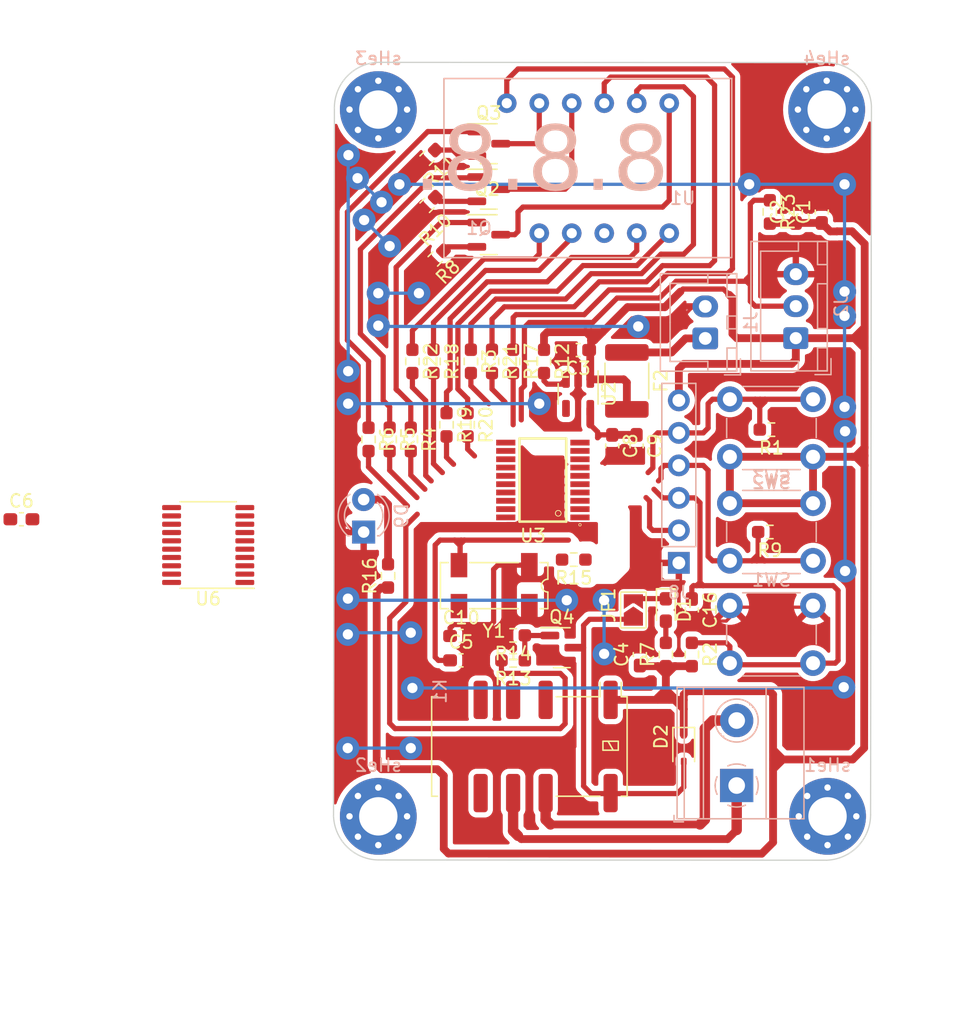
<source format=kicad_pcb>
(kicad_pcb (version 20221018) (generator pcbnew)
  (layers (0 "F.Cu" signal) (31 "B.Cu" signal) (34 "B.Paste" user) (35 "F.Paste" user) (36 "B.SilkS" user "B.Silkscreen") (37 "F.SilkS" user "F.Silkscreen") (38 "B.Mask" user) (39 "F.Mask" user) (44 "Edge.Cuts" user))
  (net 0 "")
  (net 1 "VCC")
  (net 2 "GND")
  (net 3 "+3.3V")
  (net 4 "NRST")
  (net 5 "Net-(D1-K)")
  (net 6 "Net-(D1-A)")
  (net 7 "Opto")
  (net 8 "Net-(D9-A)")
  (net 9 "Temp")
  (net 10 "COM")
  (net 11 "NC")
  (net 12 "TX")
  (net 13 "RX")
  (net 14 "SWIM")
  (net 19 "Net-(Q1-B)")
  (net 20 "Net-(Q1-E)")
  (net 21 "1")
  (net 22 "Net-(Q2-B)")
  (net 23 "Net-(Q2-E)")
  (net 24 "2")
  (net 25 "Net-(Q3-B)")
  (net 26 "Net-(Q3-E)")
  (net 27 "3")
  (net 28 "Net-(Q4-B)")
  (net 29 "a")
  (net 30 "A")
  (net 31 "EN1")
  (net 32 "EN2")
  (net 33 "EN3")
  (net 34 "Net-(U2-EN)")
  (net 35 "RELAYPIN")
  (net 36 "b")
  (net 37 "B")
  (net 38 "c")
  (net 39 "C")
  (net 40 "d")
  (net 41 "D")
  (net 42 "e")
  (net 43 "E")
  (net 44 "f")
  (net 45 "F")
  (net 46 "g")
  (net 47 "G")
  (net 49 "Net-(J1-Pin_1)")
  (net 50 "OSCIN")
  (net 51 "OSCOUT")
  (net 52 "dp")
  (net 53 "VCAP")
  (footprint "Package_TO_SOT_SMD:SOT-23-5" (layer "F.Cu") (at 51.015234 92.837 -90)
    (fp_text reference "U2")
    (fp_text value "AP2112K-3.3")
  )
  (footprint "Package_TO_SOT_SMD:SOT-23" (layer "F.Cu") (at 44.030234 73.279)
    (fp_text reference "Q3")
    (fp_text value "S9013")
  )
  (footprint "Capacitor_SMD:C_0603_1608Metric_Pad1.08x0.95mm_HandSolder" (layer "F.Cu") (at 59.905234 109.728 -90)
    (fp_text reference "C16")
    (fp_text value "100nF")
  )
  (footprint "Resistor_SMD:R_0603_1608Metric_Pad0.98x0.95mm_HandSolder" (layer "F.Cu") (at 59.905234 113.208 -90)
    (fp_text reference "R2")
    (fp_text value "10K")
  )
  (footprint "Capacitor_SMD:C_0603_1608Metric_Pad1.08x0.95mm_HandSolder" (layer "F.Cu") (at 55.587234 96.901 -90)
    (fp_text reference "C9")
    (fp_text value "10uF")
  )
  (footprint "Resistor_SMD:R_0603_1608Metric_Pad0.98x0.95mm_HandSolder" (layer "F.Cu") (at 57.873234 113.208 90)
    (fp_text reference "R7")
    (fp_text value "10K")
  )
  (footprint "Capacitor_SMD:C_0603_1608Metric_Pad1.08x0.95mm_HandSolder" (layer "F.Cu") (at 68.033234 78.613 90)
    (fp_text reference "C2")
    (fp_text value "100nF")
  )
  (footprint "Relay_SMD:Relay_DPDT_Kemet_EE2_NU" (layer "F.Cu") (at 47.205234 120.396 -90)
    (fp_text reference "K1")
    (fp_text value "EE2-4.5NU")
  )
  (footprint "Resistor_SMD:R_0603_1608Metric_Pad0.98x0.95mm_HandSolder" (layer "F.Cu") (at 39.712234 90.297 -90)
    (fp_text reference "R18")
    (fp_text value "1K")
  )
  (footprint "Resistor_SMD:R_0603_1608Metric_Pad0.98x0.95mm_HandSolder" (layer "F.Cu") (at 39.204234 78.105 -135)
    (fp_text reference "R10")
    (fp_text value "100")
  )
  (footprint "Resistor_SMD:R_0603_1608Metric_Pad0.98x0.95mm_HandSolder" (layer "F.Cu") (at 34.632234 96.393 -90)
    (fp_text reference "R6")
    (fp_text value "1K")
  )
  (footprint "Resistor_SMD:R_0603_1608Metric_Pad0.98x0.95mm_HandSolder" (layer "F.Cu") (at 66.128234 95.631 180)
    (fp_text reference "R1")
    (fp_text value "10K")
  )
  (footprint "Resistor_SMD:R_0603_1608Metric_Pad0.98x0.95mm_HandSolder" (layer "F.Cu") (at 37.934234 96.393 -90)
    (fp_text reference "R4")
    (fp_text value "1K")
  )
  (footprint "Resistor_SMD:R_0603_1608Metric_Pad0.98x0.95mm_HandSolder" (layer "F.Cu") (at 66.001234 103.632 180)
    (fp_text reference "R9")
    (fp_text value "10K")
  )
  (footprint "Diode_SMD:D_SOD-323" (layer "F.Cu") (at 59.270234 120.523 -90)
    (fp_text reference "D2")
    (fp_text value "1N4148WS")
  )
  (footprint "Capacitor_SMD:C_0603_1608Metric_Pad1.08x0.95mm_HandSolder" (layer "F.Cu") (at 53.682234 96.901 -90)
    (fp_text reference "C8")
    (fp_text value "1uF")
  )
  (footprint "Resistor_SMD:R_0603_1608Metric_Pad0.98x0.95mm_HandSolder" (layer "F.Cu") (at 44.284234 90.297 -90)
    (fp_text reference "R21")
    (fp_text value "1K")
  )
  (footprint "Capacitor_SMD:C_0603_1608Metric_Pad1.08x0.95mm_HandSolder" (layer "F.Cu") (at 7.4975 102.636)
    (fp_text reference "C6")
    (fp_text value "8pF")
  )
  (footprint "Package_TO_SOT_SMD:SOT-23" (layer "F.Cu") (at 44.030234 76.835)
    (fp_text reference "Q2")
    (fp_text value "S9013")
  )
  (footprint "Resistor_SMD:R_0603_1608Metric_Pad0.98x0.95mm_HandSolder" (layer "F.Cu") (at 50.673 105.791 180)
    (fp_text reference "R15")
    (fp_text value "10K")
  )
  (footprint "Capacitor_SMD:C_0603_1608Metric_Pad1.08x0.95mm_HandSolder" (layer "F.Cu") (at 70.065234 78.613 90)
    (fp_text reference "C1")
    (fp_text value "100nF")
  )
  (footprint "Fuse:Fuse_1812_4532Metric_Pad1.30x3.40mm_HandSolder" (layer "F.Cu") (at 54.825234 91.821 -90)
    (fp_text reference "F2")
    (fp_text value "Fuse_Small")
  )
  (footprint "Resistor_SMD:R_0603_1608Metric_Pad0.98x0.95mm_HandSolder" (layer "F.Cu") (at 38.061234 90.297 -90)
    (fp_text reference "R22")
    (fp_text value "1K")
  )
  (footprint "LED_SMD:LED_0603_1608Metric_Pad1.05x0.95mm_HandSolder" (layer "F.Cu") (at 57.873234 109.728 -90)
    (fp_text reference "D1")
    (fp_text value "LED")
  )
  (footprint "Package_TO_SOT_SMD:SOT-23" (layer "F.Cu") (at 49.745234 112.6725)
    (fp_text reference "Q4")
    (fp_text value "MMBT2222")
  )
  (footprint "Resistor_SMD:R_0603_1608Metric_Pad0.98x0.95mm_HandSolder" (layer "F.Cu") (at 45.935234 111.7092 180)
    (fp_text reference "R14")
    (fp_text value "10K")
  )
  (footprint "Capacitor_SMD:C_0603_1608Metric_Pad1.08x0.95mm_HandSolder" (layer "F.Cu") (at 41.871234 113.665)
    (fp_text reference "C5")
    (fp_text value "8pF")
  )
  (footprint "Resistor_SMD:R_0603_1608Metric_Pad0.98x0.95mm_HandSolder" (layer "F.Cu") (at 40.728234 95.25 -90)
    (fp_text reference "R19")
    (fp_text value "1K")
  )
  (footprint "Jumper:SolderJumper-2_P1.3mm_Open_TrianglePad1.0x1.5mm" (layer "F.Cu") (at 55.333234 109.728 90)
    (fp_text reference "JP1")
    (fp_text value "SolderJumper_2_Open")
  )
  (footprint "STM8S103F3P6:SOP65P640X120-20N" (layer "F.Cu") (at 48.26 99.568 180)
    (fp_text reference "U3")
    (fp_text value "STM8S103F3P6")
  )
  (footprint "Resistor_SMD:R_0603_1608Metric_Pad0.98x0.95mm_HandSolder" (layer "F.Cu") (at 36.156234 107.061 90)
    (fp_text reference "R16")
    (fp_text value "10K")
  )
  (footprint "Capacitor_SMD:C_0603_1608Metric_Pad1.08x0.95mm_HandSolder" (layer "F.Cu") (at 41.871234 111.76)
    (fp_text reference "C10")
    (fp_text value "8pF")
  )
  (footprint "Resistor_SMD:R_0603_1608Metric_Pad0.98x0.95mm_HandSolder" (layer "F.Cu") (at 42.633234 90.297 -90)
    (fp_text reference "R3")
    (fp_text value "1K")
  )
  (footprint "Resistor_SMD:R_0603_1608Metric_Pad0.98x0.95mm_HandSolder" (layer "F.Cu") (at 39.204234 74.422 -135)
    (fp_text reference "R11")
    (fp_text value "100")
  )
  (footprint "Resistor_SMD:R_0603_1608Metric_Pad0.98x0.95mm_HandSolder" (layer "F.Cu") (at 42.379234 95.25 -90)
    (fp_text reference "R20")
    (fp_text value "1K")
  )
  (footprint "Resistor_SMD:R_0603_1608Metric_Pad0.98x0.95mm_HandSolder" (layer "F.Cu") (at 45.935234 113.665 180)
    (fp_text reference "R13")
    (fp_text value "1K")
  )
  (footprint "Crystal:Crystal_SMD_SeikoEpson_MC306-4Pin_8.0x3.2mm" (layer "F.Cu") (at 44.45 107.823 180)
    (fp_text reference "Y1")
    (fp_text value "32.768KHz")
  )
  (footprint "Resistor_SMD:R_0603_1608Metric_Pad0.98x0.95mm_HandSolder" (layer "F.Cu") (at 48.348234 90.297 -90)
    (fp_text reference "R12")
    (fp_text value "100K")
  )
  (footprint "Resistor_SMD:R_0603_1608Metric_Pad0.98x0.95mm_HandSolder" (layer "F.Cu") (at 45.935234 90.297 -90)
    (fp_text reference "R17")
    (fp_text value "1K")
  )
  (footprint "Package_SO:TSSOP-20_4.4x6.5mm_P0.65mm" (layer "F.Cu") (at 22.098 104.648 180)
    (fp_text reference "U6")
    (fp_text value "STM8L051F3P")
  )
  (footprint "Package_TO_SOT_SMD:SOT-23" (layer "F.Cu") (at 44.030234 80.391)
    (fp_text reference "Q1")
    (fp_text value "S9013")
  )
  (footprint "Resistor_SMD:R_0603_1608Metric_Pad0.98x0.95mm_HandSolder" (layer "F.Cu") (at 39.839234 82.296 -135)
    (fp_text reference "R8")
    (fp_text value "100")
  )
  (footprint "Resistor_SMD:R_0603_1608Metric_Pad0.98x0.95mm_HandSolder" (layer "F.Cu") (at 66.001234 78.613 -90)
    (fp_text reference "R23")
    (fp_text value "4K7")
  )
  (footprint "Resistor_SMD:R_0603_1608Metric_Pad0.98x0.95mm_HandSolder" (layer "F.Cu") (at 36.283234 96.393 -90)
    (fp_text reference "R5")
    (fp_text value "1K")
  )
  (footprint "Capacitor_SMD:C_0603_1608Metric_Pad1.08x0.95mm_HandSolder" (layer "F.Cu") (at 55.841234 113.208 90)
    (fp_text reference "C4")
    (fp_text value "10uF")
  )
  (footprint "Capacitor_SMD:C_0603_1608Metric_Pad1.08x0.95mm_HandSolder" (layer "F.Cu") (at 51.015234 89.408 180)
    (fp_text reference "C3")
    (fp_text value "1uF")
  )
  (footprint "Button_Switch_THT:SW_PUSH_6mm_H13mm" (layer "B.Cu") (at 69.378234 101.382 180)
    (fp_text reference "SW3")
    (fp_text value "SW_SPST")
  )
  (footprint "3631BS:3631BS 7Segment 3Digit" (layer "B.Cu") (at 58.137234 80.274 180)
    (fp_text reference "U1")
    (fp_text value "~")
  )
  (footprint "Button_Switch_THT:SW_PUSH_6mm_H5mm" (layer "B.Cu") (at 69.378234 109.383 180)
    (fp_text reference "SW1")
    (fp_text value "SW_SPST")
  )
  (footprint "Connector_PinHeader_2.54mm:PinHeader_1x06_P2.54mm_Vertical" (layer "B.Cu") (at 58.889234 106.045)
    (fp_text reference "J8")
    (fp_text value "Conn_01x06")
  )
  (footprint "MountingHole:MountingHole_3mm_Pad_Via" (layer "B.Cu") (at 70.446234 70.612 180)
    (fp_text reference "sHe4")
    (fp_text value "MountingHole")
  )
  (footprint "LED_THT:LED_D3.0mm" (layer "B.Cu") (at 34.251234 103.637 90)
    (fp_text reference "D9")
    (fp_text value "LED")
  )
  (footprint "TerminalBlock_Phoenix:TerminalBlock_Phoenix_MKDS-1,5-2-5.08_1x02_P5.08mm_Horizontal" (layer "B.Cu") (at 63.410234 123.449 90)
    (fp_text reference "J3" hide)
    (fp_text value "Screw_Terminal_01x02" hide)
  )
  (footprint "Button_Switch_THT:SW_PUSH_6mm_H13mm" (layer "B.Cu") (at 62.878234 97.754)
    (fp_text reference "SW2")
    (fp_text value "SW_SPST")
  )
  (footprint "MountingHole:MountingHole_3mm_Pad_Via" (layer "B.Cu") (at 35.394234 70.612 180)
    (fp_text reference "sHe3")
    (fp_text value "MountingHole")
  )
  (footprint "MountingHole:MountingHole_3mm_Pad_Via" (layer "B.Cu") (at 35.394234 125.857 180)
    (fp_text reference "sHe2")
    (fp_text value "MountingHole")
  )
  (footprint "MountingHole:MountingHole_3mm_Pad_Via" (layer "B.Cu") (at 70.513224 125.857 180)
    (fp_text reference "sHe1")
    (fp_text value "MountingHole")
  )
  (footprint "Connector_JST:JST_XH_B3B-XH-A_1x03_P2.50mm_Vertical" (layer "B.Cu") (at 68.033234 88.479 90)
    (fp_text reference "J2")
    (fp_text value "Sensors")
  )
  (footprint "Connector_JST:JST_XH_B2B-XH-A_1x02_P2.50mm_Vertical" (layer "B.Cu") (at 60.955234 88.499 90)
    (fp_text reference "J1")
    (fp_text value "Conn_01x02")
  )
  (gr_line (start 35.394234 66.919842) (end 70.388468 66.938157) (stroke (width 0.1)) (layer "Edge.Cuts"))
  (gr_arc (start 35.452 129.267685) (mid 32.98125 128.269989) (end 31.896 125.836418) (stroke (width 0.1)) (layer "Edge.Cuts"))
  (gr_line (start 31.962967 70.475842) (end 31.896 125.836418) (stroke (width 0.1)) (layer "Edge.Cuts"))
  (gr_arc (start 31.962967 70.475842) (mid 32.960637 68.00505) (end 35.394234 66.919842) (stroke (width 0.1)) (layer "Edge.Cuts"))
  (gr_line (start 73.877501 125.73) (end 73.944468 70.369424) (stroke (width 0.1)) (layer "Edge.Cuts"))
  (gr_arc (start 73.877501 125.73) (mid 72.879816 128.200765) (end 70.446234 129.286) (stroke (width 0.1)) (layer "Edge.Cuts"))
  (gr_arc (start 70.388468 66.938157) (mid 72.859236 67.93584) (end 73.944468 70.369424) (stroke (width 0.1)) (layer "Edge.Cuts"))
  (gr_line (start 35.452 129.267685) (end 70.446234 129.286) (stroke (width 0.1)) (layer "Edge.Cuts"))
  (segment (start 58.635234 116.84) (end 59.270234 117.475) (width 0.6096) (layer "F.Cu") (net 1))
  (segment (start 73.415589 87.63) (end 73.414667 88.392) (width 0.6096) (layer "F.Cu") (net 1))
  (segment (start 72.605234 88.479) (end 73.327667 88.479) (width 0.6096) (layer "F.Cu") (net 1))
  (segment (start 52.920234 88.011) (end 52.285234 88.646) (width 0.6096) (layer "F.Cu") (net 1))
  (segment (start 57.873234 114.1205) (end 57.873234 114.808) (width 0.6096) (layer "F.Cu") (net 1))
  (segment (start 72.478234 97.754) (end 73.312452 97.754) (width 0.6096) (layer "F.Cu") (net 1))
  (segment (start 73.413592 89.281) (end 73.40422 97.028) (width 0.6096) (layer "F.Cu") (net 1))
  (segment (start 66.051234 79.4755) (end 66.001234 79.5255) (width 0.6096) (layer "F.Cu") (net 1))
  (segment (start 58.635234 116.751) (end 58.635234 116.84) (width 0.6096) (layer "F.Cu") (net 1))
  (segment (start 73.414667 88.392) (end 73.413592 89.281) (width 0.6096) (layer "F.Cu") (net 1))
  (segment (start 66.382234 120.777) (end 66.255234 120.777) (width 0.6096) (layer "F.Cu") (net 1))
  (segment (start 72.73153 97.70069) (end 73.40422 97.028) (width 0.6096) (layer "F.Cu") (net 1))
  (segment (start 59.211234 84.641) (end 59.016234 84.836) (width 0.4064) (layer "F.Cu") (net 1))
  (segment (start 72.478234 97.754) (end 72.73153 97.754) (width 0.6096) (layer "F.Cu") (net 1))
  (segment (start 40.878525 128.762525) (end 40.513 128.397) (width 0.6096) (layer "F.Cu") (net 1))
  (segment (start 35.648234 122.174) (end 35.267234 121.793) (width 0.6096) (layer "F.Cu") (net 1))
  (segment (start 58.889234 93.345) (end 58.889234 90.871) (width 0.6096) (layer "F.Cu") (net 1))
  (segment (start 40.513 128.397) (end 40.513 122.682) (width 0.6096) (layer "F.Cu") (net 1))
  (segment (start 67.713234 90.49) (end 68.033234 90.17) (width 0.6096) (layer "F.Cu") (net 1))
  (segment (start 73.415589 81.115142) (end 73.415589 87.63) (width 0.6096) (layer "F.Cu") (net 1))
  (segment (start 57.797034 86.0552) (end 59.016234 84.836) (width 0.6096) (layer "F.Cu") (net 1))
  (segment (start 57.238234 114.1205) (end 55.891234 114.1205) (width 0.6096) (layer "F.Cu") (net 1))
  (segment (start 68.033234 90.17) (end 68.033234 88.479) (width 0.6096) (layer "F.Cu") (net 1))
  (segment (start 59.905234 114.1205) (end 58.635234 114.1205) (width 0.6096) (layer "F.Cu") (net 1))
  (segment (start 59.270234 117.475) (end 59.270234 116.751) (width 0.6096) (layer "F.Cu") (net 1))
  (segment (start 59.270234 116.332) (end 59.524234 116.078) (width 0.6096) (layer "F.Cu") (net 1))
  (segment (start 52.031234 88.011) (end 52.920234 88.011) (width 0.6096) (layer "F.Cu") (net 1))
  (segment (start 66.255234 127.889) (end 65.368892 128.775342) (width 0.6096) (layer "F.Cu") (net 1))
  (segment (start 72.611592 88.479) (end 72.611592 88.433997) (width 0.6096) (layer "F.Cu") (net 1))
  (segment (start 57.873234 116.497) (end 58.127234 116.751) (width 0.6096) (layer "F.Cu") (net 1))
  (segment (start 69.378234 97.754) (end 62.878234 97.754) (width 0.6096) (layer "F.Cu") (net 1))
  (segment (start 73.327667 88.479) (end 73.414667 88.392) (width 0.6096) (layer "F.Cu") (net 1))
  (segment (start 48.348234 89.3845) (end 48.348234 88.265) (width 0.6096) (layer "F.Cu") (net 1))
  (segment (start 40.513 122.682) (end 40.005 122.174) (width 0.6096) (layer "F.Cu") (net 1))
  (segment (start 63.080234 85.344) (end 63.080234 88.138) (width 0.6096) (layer "F.Cu") (net 1))
  (segment (start 58.635234 116.713) (end 58.635234 116.751) (width 0.6096) (layer "F.Cu") (net 1))
  (segment (start 52.285234 88.646) (end 52.031234 88.646) (width 0.6096) (layer "F.Cu") (net 1))
  (segment (start 58.635234 114.1205) (end 58.560734 114.1205) (width 0.6096) (layer "F.Cu") (net 1))
  (segment (start 52.285234 88.646) (end 51.650234 88.011) (width 0.6096) (layer "F.Cu") (net 1))
  (segment (start 66.255234 122.174) (end 66.255234 127.889) (width 0.6096) (layer "F.Cu") (net 1))
  (segment (start 68.033234 88.479) (end 72.605234 88.479) (width 0.6096) (layer "F.Cu") (net 1))
  (segment (start 51.877734 89.408) (end 52.031234 89.2545) (width 0.6096) (layer "F.Cu") (net 1))
  (segment (start 35.267234 121.793) (end 35.267234 108.331) (width 0.6096) (layer "F.Cu") (net 1))
  (segment (start 63.421234 88.479) (end 68.033234 88.479) (width 0.6096) (layer "F.Cu") (net 1))
  (segment (start 59.270234 119.473) (end 59.270234 117.475) (width 0.6096) (layer "F.Cu") (net 1))
  (segment (start 53.555234 116.751) (end 57.238234 116.751) (width 0.6096) (layer "F.Cu") (net 1))
  (segment (start 69.378234 101.382) (end 62.878234 101.382) (width 0.6096) (layer "F.Cu") (net 1))
  (segment (start 67.017234 121.412) (end 66.255234 122.174) (width 0.6096) (layer "F.Cu") (net 1))
  (segment (start 58.635234 116.751) (end 59.270234 116.751) (width 0.6096) (layer "F.Cu") (net 1))
  (segment (start 48.348234 88.265) (end 48.602234 88.011) (width 0.6096) (layer "F.Cu") (net 1))
  (segment (start 54.825234 91.948) (end 54.825234 94.046) (width 0.6096) (layer "F.Cu") (net 1))
  (segment (start 57.873234 115.951) (end 58.635234 116.713) (width 0.6096) (layer "F.Cu") (net 1))
  (segment (start 72.73153 97.754) (end 72.73153 97.70069) (width 0.6096) (layer "F.Cu") (net 1))
  (segment (start 72.478234 121.412) (end 67.017234 121.412) (width 0.6096) (layer "F.Cu") (net 1))
  (segment (start 57.238234 116.751) (end 58.127234 116.751) (width 0.6096) (layer "F.Cu") (net 1))
  (segment (start 69.378234 97.754) (end 72.478234 97.754) (width 0.6096) (layer "F.Cu") (net 1))
  (segment (start 65.368892 128.775342) (end 40.878525 128.762525) (width 0.6096) (layer "F.Cu") (net 1))
  (segment (start 52.920234 88.011) (end 54.876034 86.0552) (width 0.6096) (layer "F.Cu") (net 1))
  (segment (start 57.238234 116.586) (end 57.238234 116.751) (width 0.6096) (layer "F.Cu") (net 1))
  (segment (start 66.255234 120.777) (end 66.255234 121.412) (width 0.6096) (layer "F.Cu") (net 1))
  (segment (start 71.249021 80.137) (end 71.260021 80.126) (width 0.6096) (layer "F.Cu") (net 1))
  (segment (start 72.611592 88.433997) (end 73.415589 87.63) (width 0.6096) (layer "F.Cu") (net 1))
  (segment (start 57.873234 115.951) (end 57.873234 116.497) (width 0.6096) (layer "F.Cu") (net 1))
  (segment (start 59.270234 116.751) (end 59.270234 116.332) (width 0.6096) (layer "F.Cu") (net 1))
  (segment (start 54.825234 91.948) (end 54.576734 91.6995) (width 0.6096) (layer "F.Cu") (net 1))
  (segment (start 67.017234 121.412) (end 66.255234 121.412) (width 0.6096) (layer "F.Cu") (net 1))
  (segment (start 73.40422 97.028) (end 73.403452 97.663) (width 0.6096) (layer "F.Cu") (net 1))
  (segment (start 66.255234 121.412) (end 66.255234 122.174) (width 0.6096) (layer "F.Cu") (net 1))
  (segment (start 67.017234 121.412) (end 66.382234 120.777) (width 0.6096) (layer "F.Cu") (net 1))
  (segment (start 69.378234 101.382) (end 69.378234 97.754) (width 0.6096) (layer "F.Cu") (net 1))
  (segment (start 57.873234 114.7555) (end 57.238234 114.1205) (width 0.6096) (layer "F.Cu") (net 1))
  (segment (start 66.255234 116.332) (end 66.255234 120.777) (width 0.6096) (layer "F.Cu") (net 1))
  (segment (start 58.635234 114.1205) (end 57.873234 114.1205) (width 0.6096) (layer "F.Cu") (net 1))
  (segment (start 72.426447 80.126) (end 73.415589 81.115142) (width 0.6096) (layer "F.Cu") (net 1))
  (segment (start 68.033234 79.4755) (end 70.065234 79.4755) (width 0.6096) (layer "F.Cu") (net 1))
  (segment (start 35.624734 107.9735) (end 36.156234 107.9735) (width 0.6096) (layer "F.Cu") (net 1))
  (segment (start 52.031234 89.2545) (end 52.031234 88.646) (width 0.6096) (layer "F.Cu") (net 1))
  (segment (start 62.878234 97.754) (end 62.878234 101.382) (width 0.6096) (layer "F.Cu") (net 1))
  (segment (start 59.524234 116.078) (end 66.001234 116.078) (width 0.6096) (layer "F.Cu") (net 1))
  (segment (start 58.127234 116.751) (end 58.635234 116.751) (width 0.6096) (layer "F.Cu") (net 1))
  (segment (start 57.873234 114.808) (end 57.873234 115.951) (width 0.6096) (layer "F.Cu") (net 1))
  (segment (start 51.965234 91.6995) (end 51.965234 89.4955) (width 0.6096) (layer "F.Cu") (net 1))
  (segment (start 72.605234 88.479) (end 72.611592 88.479) (width 0.6096) (layer "F.Cu") (net 1))
  (segment (start 62.826234 85.09) (end 63.080234 85.344) (width 0.6096) (layer "F.Cu") (net 1))
  (segment (start 57.873234 114.1205) (end 57.238234 114.1205) (width 0.6096) (layer "F.Cu") (net 1))
  (segment (start 58.560734 114.1205) (end 57.873234 114.808) (width 0.6096) (layer "F.Cu") (net 1))
  (segment (start 63.080234 88.138) (end 63.421234 88.479) (width 0.6096) (layer "F.Cu") (net 1))
  (segment (start 51.965234 89.4955) (end 51.877734 89.408) (width 0.6096) (layer "F.Cu") (net 1))
  (segment (start 55.891234 114.1205) (end 55.841234 114.0705) (width 0.6096) (layer "F.Cu") (net 1))
  (segment (start 52.031234 88.646) (end 52.031234 88.011) (width 0.6096) (layer "F.Cu") (net 1))
  (segment (start 57.873234 115.951) (end 57.238234 116.586) (width 0.6096) (layer "F.Cu") (net 1))
  (segment (start 40.005 122.174) (end 35.648234 122.174) (width 0.6096) (layer "F.Cu") (net 1))
  (segment (start 51.650234 88.011) (end 51.523234 88.011) (width 0.6096) (layer "F.Cu") (net 1))
  (segment (start 54.876034 86.0552) (end 57.797034 86.0552) (width 0.6096) (layer "F.Cu") (net 1))
  (segment (start 71.260021 80.126) (end 72.426447 80.126) (width 0.6096) (layer "F.Cu") (net 1))
  (segment (start 73.375809 120.514425) (end 72.478234 121.412) (width 0.6096) (layer "F.Cu") (net 1))
  (segment (start 70.726734 80.137) (end 71.249021 80.137) (width 0.6096) (layer "F.Cu") (net 1))
  (segment (start 59.270234 90.49) (end 67.713234 90.49) (width 0.6096) (layer "F.Cu") (net 1))
  (segment (start 62.826234 85.09) (end 62.377234 84.641) (width 0.4064) (layer "F.Cu") (net 1))
  (segment (start 68.033234 79.4755) (end 66.051234 79.4755) (width 0.6096) (layer "F.Cu") (net 1))
  (segment (start 57.873234 114.808) (end 57.873234 114.7555) (width 0.6096) (layer "F.Cu") (net 1))
  (segment (start 70.065234 79.4755) (end 70.726734 80.137) (width 0.6096) (layer "F.Cu") (net 1))
  (segment (start 72.73153 97.754) (end 73.40253 98.425) (width 0.6096) (layer "F.Cu") (net 1))
  (segment (start 35.267234 108.331) (end 35.624734 107.9735) (width 0.6096) (layer "F.Cu") (net 1))
  (segment (start 73.312452 97.754) (end 73.403452 97.663) (width 0.6096) (layer "F.Cu") (net 1))
  (segment (start 54.576734 91.6995) (end 51.965234 91.6995) (width 0.6096) (layer "F.Cu") (net 1))
  (segment (start 72.611592 88.479) (end 73.413592 89.281) (width 0.6096) (layer "F.Cu") (net 1))
  (segment (start 58.889234 90.871) (end 59.270234 90.49) (width 0.6096) (layer "F.Cu") (net 1))
  (segment (start 73.40253 98.425) (end 73.375809 120.514425) (width 0.6096) (layer "F.Cu") (net 1))
  (segment (start 66.001234 116.078) (end 66.255234 116.332) (width 0.6096) (layer "F.Cu") (net 1))
  (segment (start 73.403452 97.663) (end 73.40253 98.425) (width 0.6096) (layer "F.Cu") (net 1))
  (segment (start 62.377234 84.641) (end 59.211234 84.641) (width 0.4064) (layer "F.Cu") (net 1))
  (segment (start 48.602234 88.011) (end 51.523234 88.011) (width 0.6096) (layer "F.Cu") (net 1))
  (segment (start 51.523234 88.011) (end 52.031234 88.011) (width 0.6096) (layer "F.Cu") (net 1))
  (segment (start 33.04077 93.595996) (end 33.037698 93.599068) (width 0.254) (layer "F.Cu") (net 2))
  (segment (start 53.858734 112.3455) (end 53.047234 113.157) (width 0.254) (layer "F.Cu") (net 2))
  (segment (start 67.040734 95.631) (end 68.882421 95.631) (width 0.254) (layer "F.Cu") (net 2))
  (segment (start 38.061234 111.633) (end 38.061234 115.824) (width 0.254) (layer "F.Cu") (net 2))
  (segment (start 45.022734 111.7092) (end 42.784534 111.7092) (width 0.254) (layer "F.Cu") (net 2))
  (segment (start 62.878234 109.383) (end 62.481234 109.383) (width 0.254) (layer "F.Cu") (net 2))
  (segment (start 72.351234 107.149234) (end 72.351234 115.189) (width 0.254) (layer "F.Cu") (net 2))
  (segment (start 33.019262 108.839613) (end 33.019262 106.426738) (width 0.254) (layer "F.Cu") (net 2))
  (segment (start 53.682234 97.7635) (end 55.587234 97.7635) (width 0.254) (layer "F.Cu") (net 2))
  (segment (start 45.022734 111.7092) (end 45.046234 111.6857) (width 0.254) (layer "F.Cu") (net 2))
  (segment (start 53.555234 108.839) (end 53.555234 108.331) (width 0.254) (layer "F.Cu") (net 2))
  (segment (start 38.01127 120.600036) (end 50.557198 120.600036) (width 0.254) (layer "F.Cu") (net 2))
  (segment (start 39.066999 83.068235) (end 39.066999 84.846235) (width 0.254) (layer "F.Cu") (net 2))
  (segment (start 42.733734 111.76) (end 42.733734 113.665) (width 0.254) (layer "F.Cu") (net 2))
  (segment (start 36.283234 81.28) (end 38.558999 79.004235) (width 0.254) (layer "F.Cu") (net 2))
  (segment (start 55.773934 87.503) (end 55.714234 87.5627) (width 0.254) (layer "F.Cu") (net 2))
  (segment (start 33.02 111.637266) (end 33.02 120.508571) (width 0.254) (layer "F.Cu") (net 2))
  (segment (start 71.882 104.14) (end 71.374 103.632) (width 0.254) (layer "F.Cu") (net 2))
  (segment (start 38.696234 103.8949) (end 39.614334 102.9768) (width 0.254) (layer "F.Cu") (net 2))
  (segment (start 53.428234 108.966) (end 53.555234 108.839) (width 0.254) (layer "F.Cu") (net 2))
  (segment (start 62.663234 109.383) (end 62.878234 109.383) (width 0.254) (layer "F.Cu") (net 2))
  (segment (start 51.015234 95.123) (end 51.015234 91.6995) (width 0.254) (layer "F.Cu") (net 2))
  (segment (start 50.761234 120.396) (end 50.761234 113.919) (width 0.254) (layer "F.Cu") (net 2))
  (segment (start 33.037698 93.599068) (end 32.473234 94.163532) (width 0.254) (layer "F.Cu") (net 2))
  (segment (start 53.555234 108.331) (end 55.841234 106.045) (width 0.254) (layer "F.Cu") (net 2))
  (segment (start 71.843234 83.908234) (end 71.843234 84.836) (width 0.254) (layer "F.Cu") (net 2))
  (segment (start 58.508234 87.503) (end 55.773934 87.503) (width 0.254) (layer "F.Cu") (net 2))
  (segment (start 60.955234 85.999) (end 60.012234 85.999) (width 0.254) (layer "F.Cu") (net 2))
  (segment (start 51.015234 91.6995) (end 51.015234 90.932) (width 0.254) (layer "F.Cu") (net 2))
  (segment (start 38.696234 110.744) (end 38.696234 103.8949) (width 0.254) (layer "F.Cu") (net 2))
  (segment (start 32.473234 102.616) (end 33.494234 103.637) (width 0.254) (layer "F.Cu") (net 2))
  (segment (start 42.784534 111.7092) (end 42.733734 111.76) (width 0.254) (layer "F.Cu") (net 2))
  (segment (start 71.843234 93.853) (end 71.843234 95.719234) (width 0.254) (layer "F.Cu") (net 2))
  (segment (start 37.045234 76.454) (end 37.172234 76.454) (width 0.254) (layer "F.Cu") (net 2))
  (segment (start 58.889234 110.363) (end 58.889234 106.045) (width 0.254) (layer "F.Cu") (net 2))
  (segment (start 35.394234 82.169) (end 35.394234 84.963) (width 0.254) (layer "F.Cu") (net 2))
  (segment (start 47.976134 94.7509) (end 48.475234 95.25) (width 0.254) (layer "F.Cu") (net 2))
  (segment (start 71.843234 84.836) (end 71.843234 86.741) (width 0.25) (layer "F.Cu") (net 2))
  (segment (start 33.494234 103.637) (end 34.251234 103.637) (width 0.254) (layer "F.Cu") (net 2))
  (segment (start 50.126234 108.966) (end 53.047234 108.966) (width 0.254) (layer "F.Cu") (net 2))
  (segment (start 35.648234 77.851) (end 35.648234 77.8869) (width 0.254) (layer "F.Cu") (net 2))
  (segment (start 48.475234 95.25) (end 50.888234 95.25) (width 0.254) (layer "F.Cu") (net 2))
  (segment (start 69.251234 109.51) (end 62.751234 109.51) (width 0.254) (layer "F.Cu") (net 2))
  (segment (start 33.019262 111.62977) (end 33.015883 111.633149) (width 0.254) (layer "F.Cu") (net 2))
  (segment (start 59.905234 110.5905) (end 59.116734 110.5905) (width 0.254) (layer "F.Cu") (net 2))
  (segment (start 71.374 103.632) (end 66.913734 103.632) (width 0.254) (layer "F.Cu") (net 2))
  (segment (start 33.019262 106.426738) (end 34.251234 105.194766) (width 0.254) (layer "F.Cu") (net 2))
  (segment (start 38.558999 79.004235) (end 38.558999 78.750235) (width 0.254) (layer "F.Cu") (net 2))
  (segment (start 53.106734 98.339) (end 53.682234 97.7635) (width 0.254) (layer "F.Cu") (net 2))
  (segment (start 33.04077 91.059333) (end 33.04077 93.595996) (width 0.254) (layer "F.Cu") (net 2))
  (segment (start 62.878234 110.311) (end 62.878234 109.383) (width 0.254) (layer "F.Cu") (net 2))
  (segment (start 50.888234 95.25) (end 51.015234 95.123) (width 0.254) (layer "F.Cu") (net 2))
  (segment (start 37.934234 111.506) (end 38.061234 111.633) (width 0.254) (layer "F.Cu") (net 2))
  (segment (start 35.648234 77.8869) (end 34.287134 79.248) (width 0.254) (layer "F.Cu") (net 2))
  (segment (start 50.152734 90.0695) (end 50.152734 89.408) (width 0.254) (layer "F.Cu") (net 2))
  (segment (start 50.761234 113.919) (end 50.464734 113.6225) (width 0.254) (layer "F.Cu") (net 2))
  (segment (start 37.934234 111.506) (end 38.696234 110.744) (width 0.254) (layer "F.Cu") (net 2))
  (segment (start 68.033234 83.479) (end 71.414 83.479) (width 0.254) (layer "F.Cu") (net 2))
  (segment (start 50.464734 113.6225) (end 49.569734 113.6225) (width 0.254) (layer "F.Cu") (net 2))
  (segment (start 35.394234 84.963) (end 35.394234 87.503) (width 0.254) (layer "F.Cu") (net 2))
  (segment (start 71.414 83.479) (end 71.843234 83.908234) (width 0.254) (layer "F.Cu") (net 2))
  (segment (start 71.882 106.68) (end 71.882 104.14) (width 0.254) (layer "F.Cu") (net 2))
  (segment (start 32.473234 94.163532) (end 32.473234 102.616) (width 0.254) (layer "F.Cu") (net 2))
  (segment (start 37.934234 120.523) (end 38.01127 120.600036) (width 0.254) (layer "F.Cu") (net 2))
  (segment (start 37.172234 76.454) (end 38.558999 75.067235) (width 0.254) (layer "F.Cu") (net 2))
  (segment (start 33.015883 111.633149) (end 33.02 111.637266) (width 0.254) (layer "F.Cu") (net 2))
  (segment (start 51.015234 90.932) (end 50.152734 90.0695) (width 0.254) (layer "F.Cu") (net 2))
  (segment (start 53.047234 108.966) (end 53.428234 108.966) (width 0.254) (layer "F.Cu") (net 2))
  (segment (start 33.019262 108.839613) (end 33.019262 111.62977) (width 0.254) (layer "F.Cu") (net 2))
  (segment (start 39.066999 84.846235) (end 38.569234 85.344) (width 0.254) (layer "F.Cu") (net 2))
  (segment (start 50.557198 120.600036) (end 50.761234 120.396) (width 0.254) (layer "F.Cu") (net 2))
  (segment (start 33.02 120.508571) (end 33.005128 120.523443) (width 0.254) (layer "F.Cu") (net 2))
  (segment (start 62.598734 110.5905) (end 62.878234 110.311) (width 0.254) (layer "F.Cu") (net 2))
  (segment (start 71.843234 95.719234) (end 71.882 95.758) (width 0.254) (layer "F.Cu") (net 2))
  (segment (start 72.351234 115.189) (end 71.779734 115.7605) (width 0.254) (layer "F.Cu") (net 2))
  (segment (start 42.633234 114.681) (end 42.733734 114.5805) (width 0.254) (layer "F.Cu") (net 2))
  (segment (start 34.251234 105.194766) (end 34.251234 103.637) (width 0.254) (layer "F.Cu") (net 2))
  (segment (start 47.976134 93.599) (end 47.976134 94.7509) (width 0.254) (layer "F.Cu") (net 2))
  (segment (start 55.841234 106.045) (end 58.889234 106.045) (width 0.254) (layer "F.Cu") (net 2))
  (segment (start 60.012234 85.999) (end 58.508234 87.503) (width 0.254) (layer "F.Cu") (net 2))
  (segment (start 37.045234 76.454) (end 35.648234 77.851) (width 0.254) (layer "F.Cu") (net 2))
  (segment (start 71.882 106.68) (end 72.351234 107.149234) (width 0.254) (layer "F.Cu") (net 2))
  (segment (start 36.283234 81.28) (end 35.394234 82.169) (width 0.254) (layer "F.Cu") (net 2))
  (segment (start 42.733734 114.5805) (end 42.733734 113.665) (width 0.254) (layer "F.Cu") (net 2))
  (segment (start 53.858734 112.3455) (end 55.841234 112.3455) (width 0.254) (layer "F.Cu") (net 2))
  (segment (start 59.116734 110.5905) (end 58.889234 110.363) (width 0.254) (layer "F.Cu") (net 2))
  (segment (start 59.905234 110.5905) (end 62.598734 110.5905) (width 0.254) (layer "F.Cu") (net 2))
  (via (at 55.714234 87.5627) (size 1.8) (drill 0.8) (layers "F.Cu" "B.Cu") (net 2))
  (via (at 35.648234 77.851) (size 1.8) (drill 0.8) (layers "F.Cu" "B.Cu") (net 2))
  (via (at 33.015883 111.633149) (size 1.8) (drill 0.8) (layers "F.Cu" "B.Cu") (net 2))
  (via (at 71.882 95.758) (size 1.8) (drill 0.8) (layers "F.Cu" "B.Cu") (net 2))
  (via (at 50.126234 108.966) (size 1.8) (drill 0.8) (layers "F.Cu" "B.Cu") (net 2))
  (via (at 53.047234 113.157) (size 1.8) (drill 0.8) (layers "F.Cu" "B.Cu") (net 2))
  (via (at 33.037698 93.599068) (size 1.8) (drill 0.8) (layers "F.Cu" "B.Cu") (net 2))
  (via (at 33.04077 91.059333) (size 1.8) (drill 0.8) (layers "F.Cu" "B.Cu") (net 2))
  (via (at 71.843234 86.741) (size 1.8) (drill 0.8) (layers "F.Cu" "B.Cu") (net 2))
  (via (at 47.976134 93.599) (size 1.8) (drill 0.8) (layers "F.Cu" "B.Cu") (net 2))
  (via (at 37.934234 111.506) (size 1.8) (drill 0.8) (layers "F.Cu" "B.Cu") (net 2))
  (via (at 36.283234 81.28) (size 1.8) (drill 0.8) (layers "F.Cu" "B.Cu") (net 2))
  (via (at 33.005128 120.523443) (size 1.8) (drill 0.8) (layers "F.Cu" "B.Cu") (net 2))
  (via (at 37.045234 76.454) (size 1.8) (drill 0.8) (layers "F.Cu" "B.Cu") (net 2))
  (via (at 35.394234 87.503) (size 1.8) (drill 0.8) (layers "F.Cu" "B.Cu") (net 2))
  (via (at 64.387071 76.447424) (size 1.8) (drill 0.8) (layers "F.Cu" "B.Cu") (net 2))
  (via (at 71.843234 76.454) (size 1.8) (drill 0.8) (layers "F.Cu" "B.Cu") (net 2))
  (via (at 71.843234 84.836) (size 1.8) (drill 0.8) (layers "F.Cu" "B.Cu") (net 2))
  (via (at 33.019262 108.839613) (size 1.8) (drill 0.8) (layers "F.Cu" "B.Cu") (net 2))
  (via (at 33.772323 75.975089) (size 1.8) (drill 0.8) (layers "F.Cu" "B.Cu") (net 2))
  (via (at 71.843234 93.853) (size 1.8) (drill 0.8) (layers "F.Cu" "B.Cu") (net 2))
  (via (at 38.061234 115.824) (size 1.8) (drill 0.8) (layers "F.Cu" "B.Cu") (net 2))
  (via (at 35.394234 84.963) (size 1.8) (drill 0.8) (layers "F.Cu" "B.Cu") (net 2))
  (via (at 37.934234 120.523) (size 1.8) (drill 0.8) (layers "F.Cu" "B.Cu") (net 2))
  (via (at 33.061202 74.168097) (size 1.8) (drill 0.8) (layers "F.Cu" "B.Cu") (net 2))
  (via (at 71.779734 115.7605) (size 1.8) (drill 0.8) (layers "F.Cu" "B.Cu") (net 2))
  (via (at 38.569234 84.963) (size 1.8) (drill 0.8) (layers "F.Cu" "B.Cu") (net 2))
  (via (at 53.047234 108.966) (size 1.8) (drill 0.8) (layers "F.Cu" "B.Cu") (net 2))
  (via (at 34.287134 79.248) (size 1.8) (drill 0.8) (layers "F.Cu" "B.Cu") (net 2))
  (via (at 71.882 106.68) (size 1.8) (drill 0.8) (layers "F.Cu" "B.Cu") (net 2))
  (segment (start 33.040924 74.188375) (end 33.061202 74.168097) (width 0.254) (layer "B.Cu") (net 2))
  (segment (start 33.143032 111.506) (end 33.015883 111.633149) (width 0.254) (layer "B.Cu") (net 2))
  (segment (start 71.843234 86.741) (end 71.843234 93.853) (width 0.254) (layer "B.Cu") (net 2))
  (segment (start 33.04077 91.059333) (end 33.040924 91.059179) (width 0.254) (layer "B.Cu") (net 2))
  (segment (start 35.453934 87.5627) (end 55.714234 87.5627) (width 0.254) (layer "B.Cu") (net 2))
  (segment (start 33.772323 75.975089) (end 35.648234 77.851) (width 0.254) (layer "B.Cu") (net 2))
  (segment (start 35.394234 84.963) (end 38.569234 84.963) (width 0.254) (layer "B.Cu") (net 2))
  (segment (start 53.047234 113.157) (end 53.047234 108.966) (width 0.254) (layer "B.Cu") (net 2))
  (segment (start 36.283234 81.28) (end 36.283234 81.2441) (width 0.254) (layer "B.Cu") (net 2))
  (segment (start 55.460234 87.8167) (end 55.714234 87.5627) (width 0.254) (layer "B.Cu") (net 2))
  (segment (start 33.145649 108.966) (end 50.126234 108.966) (width 0.254) (layer "B.Cu") (net 2))
  (segment (start 70.859424 76.447424) (end 64.387071 76.447424) (width 0.254) (layer "B.Cu") (net 2))
  (segment (start 33.059819 90.913177) (end 33.04077 90.932226) (width 0.254) (layer "B.Cu") (net 2))
  (segment (start 33.005571 120.523) (end 33.005128 120.523443) (width 0.254) (layer "B.Cu") (net 2))
  (segment (start 71.843234 76.454) (end 71.843234 84.836) (width 0.25) (layer "B.Cu") (net 2))
  (segment (start 71.843234 115.697) (end 71.779734 115.7605) (width 0.254) (layer "B.Cu") (net 2))
  (segment (start 64.387071 76.447424) (end 64.380495 76.454) (width 0.254) (layer "B.Cu") (net 2))
  (segment (start 71.882 95.758) (end 71.882 106.68) (width 0.254) (layer "B.Cu") (net 2))
  (segment (start 71.716234 115.824) (end 38.061234 115.824) (width 0.254) (layer "B.Cu") (net 2))
  (segment (start 71.779734 115.7605) (end 71.716234 115.824) (width 0.254) (layer "B.Cu") (net 2))
  (segment (start 47.976134 93.599) (end 33.037766 93.599) (width 0.254) (layer "B.Cu") (net 2))
  (segment (start 37.934234 120.523) (end 33.005571 120.523) (width 0.254) (layer "B.Cu") (net 2))
  (segment (start 37.934234 111.506) (end 33.143032 111.506) (width 0.254) (layer "B.Cu") (net 2))
  (segment (start 33.040924 91.059179) (end 33.040924 74.188375) (width 0.254) (layer "B.Cu") (net 2))
  (segment (start 35.394234 87.503) (end 35.453934 87.5627) (width 0.254) (layer "B.Cu") (net 2))
  (segment (start 36.283234 81.2441) (end 34.287134 79.248) (width 0.254) (layer "B.Cu") (net 2))
  (segment (start 37.934234 120.523) (end 38.061234 120.396) (width 0.254) (layer "B.Cu") (net 2))
  (segment (start 33.04077 90.932226) (end 33.04077 91.059333) (width 0.254) (layer "B.Cu") (net 2))
  (segment (start 33.019262 108.839613) (end 33.145649 108.966) (width 0.254) (layer "B.Cu") (net 2))
  (segment (start 33.037766 93.599) (end 33.037698 93.599068) (width 0.254) (layer "B.Cu") (net 2))
  (segment (start 70.866 76.454) (end 70.859424 76.447424) (width 0.254) (layer "B.Cu") (net 2))
  (segment (start 71.843234 76.454) (end 70.866 76.454) (width 0.254) (layer "B.Cu") (net 2))
  (segment (start 64.380495 76.454) (end 37.045234 76.454) (width 0.254) (layer "B.Cu") (net 2))
  (segment (start 52.539234 95.811) (end 51.965234 95.237) (width 0.4064) (layer "F.Cu") (net 3))
  (segment (start 52.766734 96.0385) (end 53.682234 96.0385) (width 0.4064) (layer "F.Cu") (net 3))
  (segment (start 52.539234 96.266) (end 52.766734 96.0385) (width 0.4064) (layer "F.Cu") (net 3))
  (segment (start 52.539234 96.266) (end 52.539234 95.811) (width 0.4064) (layer "F.Cu") (net 3))
  (segment (start 51.965234 93.9745) (end 51.965234 95.237) (width 0.6096) (layer "F.Cu") (net 3))
  (segment (start 55.587234 96.0385) (end 53.682234 96.0385) (width 0.6096) (layer "F.Cu") (net 3))
  (segment (start 59.905234 112.2955) (end 62.599734 112.2955) (width 0.4064) (layer "F.Cu") (net 4))
  (segment (start 58.889234 100.965) (end 57.619234 100.965) (width 0.4064) (layer "F.Cu") (net 4))
  (segment (start 60.286234 107.823) (end 60.032234 107.823) (width 0.4064) (layer "F.Cu") (net 4))
  (segment (start 60.794234 107.823) (end 60.286234 107.823) (width 0.4064) (layer "F.Cu") (net 4))
  (segment (start 59.905234 108.8655) (end 59.905234 107.95) (width 0.4064) (layer "F.Cu") (net 4))
  (segment (start 69.251234 114.01) (end 62.751234 114.01) (width 0.4064) (layer "F.Cu") (net 4))
  (segment (start 60.032234 107.823) (end 59.905234 107.95) (width 0.4064) (layer "F.Cu") (net 4))
  (segment (start 60.540234 107.569) (end 60.286234 107.823) (width 0.4064) (layer "F.Cu") (net 4))
  (segment (start 58.889234 100.965) (end 60.159234 100.965) (width 0.4064) (layer "F.Cu") (net 4))
  (segment (start 71.117234 113.883) (end 71.335234 113.665) (width 0.4064) (layer "F.Cu") (net 4))
  (segment (start 60.159234 100.965) (end 60.540234 101.346) (width 0.4064) (layer "F.Cu") (net 4))
  (segment (start 71.335234 113.665) (end 71.335234 108.204) (width 0.4064) (layer "F.Cu") (net 4))
  (segment (start 70.954234 107.823) (end 60.794234 107.823) (width 0.4064) (layer "F.Cu") (net 4))
  (segment (start 57.619234 100.965) (end 56.943234 100.289) (width 0.4064) (layer "F.Cu") (net 4))
  (segment (start 62.599734 112.2955) (end 62.878234 112.574) (width 0.4064) (layer "F.Cu") (net 4))
  (segment (start 62.878234 112.574) (end 62.878234 113.883) (width 0.4064) (layer "F.Cu") (net 4))
  (segment (start 60.540234 107.569) (end 60.794234 107.823) (width 0.4064) (layer "F.Cu") (net 4))
  (segment (start 71.335234 108.204) (end 70.954234 107.823) (width 0.4064) (layer "F.Cu") (net 4))
  (segment (start 60.540234 101.346) (end 60.540234 107.569) (width 0.4064) (layer "F.Cu") (net 4))
  (segment (start 69.378234 113.883) (end 71.117234 113.883) (width 0.4064) (layer "F.Cu") (net 4))
  (segment (start 55.497234 108.839) (end 55.333234 109.003) (width 0.4064) (layer "F.Cu") (net 5))
  (segment (start 57.873234 108.853) (end 57.859234 108.839) (width 0.4064) (layer "F.Cu") (net 5))
  (segment (start 57.859234 108.839) (end 55.497234 108.839) (width 0.4064) (layer "F.Cu") (net 5))
  (segment (start 57.873234 112.2955) (end 57.873234 110.476) (width 0.4064) (layer "F.Cu") (net 6))
  (segment (start 53.517234 124.079) (end 53.555234 124.041) (width 0.4064) (layer "F.Cu") (net 7))
  (segment (start 58.762234 124.079) (end 53.593234 124.079) (width 0.4064) (layer "F.Cu") (net 7))
  (segment (start 51.444734 110.922604) (end 51.444734 112.6725) (width 0.4064) (layer "F.Cu") (net 7))
  (segment (start 51.444734 123.4925) (end 51.444734 112.6725) (width 0.4064) (layer "F.Cu") (net 7))
  (segment (start 59.270234 123.571) (end 58.762234 124.079) (width 0.4064) (layer "F.Cu") (net 7))
  (segment (start 55.333234 110.453) (end 51.914339 110.453) (width 0.4064) (layer "F.Cu") (net 7))
  (segment (start 53.593234 124.079) (end 53.555234 124.041) (width 0.4064) (layer "F.Cu") (net 7))
  (segment (start 52.031234 124.079) (end 53.517234 124.079) (width 0.4064) (layer "F.Cu") (net 7))
  (segment (start 59.270234 121.573) (end 59.270234 123.571) (width 0.4064) (layer "F.Cu") (net 7))
  (segment (start 51.444734 123.4925) (end 52.031234 124.079) (width 0.4064) (layer "F.Cu") (net 7))
  (segment (start 51.914339 110.453) (end 51.444734 110.922604) (width 0.4064) (layer "F.Cu") (net 7))
  (segment (start 35.780234 101.097) (end 34.251234 101.097) (width 0.6096) (layer "F.Cu") (net 8))
  (segment (start 36.156234 101.473) (end 35.780234 101.097) (width 0.6096) (layer "F.Cu") (net 8))
  (segment (start 36.156234 106.1485) (end 36.156234 101.473) (width 0.6096) (layer "F.Cu") (net 8))
  (segment (start 64.477234 77.978) (end 64.754734 77.7005) (width 0.4064) (layer "F.Cu") (net 9))
  (segment (start 64.477234 83.566) (end 64.477234 77.978) (width 0.4064) (layer "F.Cu") (net 9))
  (segment (start 46.570234 92.456) (end 46.816634 92.2096) (width 0.4064) (layer "F.Cu") (net 9))
  (segment (start 64.754734 77.7005) (end 66.001234 77.7005) (width 0.4064) (layer "F.Cu") (net 9))
  (segment (start 57.365234 85.344) (end 58.677834 84.0314) (width 0.4064) (layer "F.Cu") (net 9))
  (segment (start 64.858234 85.979) (end 64.477234 85.598) (width 0.4064) (layer "F.Cu") (net 9))
  (segment (start 64.180634 83.8626) (end 64.477234 83.566) (width 0.4064) (layer "F.Cu") (net 9))
  (segment (start 64.477234 85.598) (end 64.477234 84.328) (width 0.4064) (layer "F.Cu") (net 9))
  (segment (start 46.570234 94.869) (end 46.570234 92.456) (width 0.4064) (layer "F.Cu") (net 9))
  (segment (start 47.205234 87.249) (end 52.158234 87.249) (width 0.4064) (layer "F.Cu") (net 9))
  (segment (start 64.180634 84.0314) (end 64.477234 84.328) (width 0.4064) (layer "F.Cu") (net 9))
  (segment (start 46.816634 92.2096) (end 46.816634 87.6376) (width 0.4064) (layer "F.Cu") (net 9))
  (segment (start 58.677834 84.0314) (end 64.180634 84.0314) (width 0.4064) (layer "F.Cu") (net 9))
  (segment (start 68.033234 85.979) (end 64.858234 85.979) (width 0.4064) (layer "F.Cu") (net 9))
  (segment (start 64.180634 84.0314) (end 64.180634 83.8626) (width 0.4064) (layer "F.Cu") (net 9))
  (segment (start 64.477234 84.328) (end 64.477234 83.566) (width 0.4064) (layer "F.Cu") (net 9))
  (segment (start 46.816634 87.6376) (end 47.205234 87.249) (width 0.4064) (layer "F.Cu") (net 9))
  (segment (start 54.063234 85.344) (end 57.365234 85.344) (width 0.4064) (layer "F.Cu") (net 9))
  (segment (start 52.158234 87.249) (end 54.063234 85.344) (width 0.4064) (layer "F.Cu") (net 9))
  (segment (start 63.410234 126.924) (end 63.410234 123.449) (width 0.8128) (layer "F.Cu") (net 10))
  (segment (start 45.935234 127) (end 45.935234 124.041) (width 0.8128) (layer "F.Cu") (net 10))
  (segment (start 46.316234 127.381) (end 45.935234 127) (width 0.8128) (layer "F.Cu") (net 10))
  (segment (start 46.316234 127.381) (end 46.570234 127.635) (width 0.6096) (layer "F.Cu") (net 10))
  (segment (start 62.699234 127.635) (end 63.410234 126.924) (width 0.6096) (layer "F.Cu") (net 10))
  (segment (start 46.570234 127.635) (end 62.699234 127.635) (width 0.6096) (layer "F.Cu") (net 10))
  (segment (start 63.410234 118.369) (end 61.551234 118.369) (width 0.8128) (layer "F.Cu") (net 11))
  (segment (start 48.475234 126.111) (end 48.475234 124.041) (width 0.8128) (layer "F.Cu") (net 11))
  (segment (start 60.921234 126.111) (end 60.540234 126.492) (width 0.8128) (layer "F.Cu") (net 11))
  (segment (start 60.540234 126.492) (end 48.856234 126.492) (width 0.6096) (layer "F.Cu") (net 11))
  (segment (start 61.551234 118.369) (end 60.921234 118.999) (width 0.8128) (layer "F.Cu") (net 11))
  (segment (start 60.921234 118.999) (end 60.921234 126.111) (width 0.8128) (layer "F.Cu") (net 11))
  (segment (start 48.856234 126.492) (end 48.475234 126.111) (width 0.8128) (layer "F.Cu") (net 11))
  (segment (start 61.520234 105.882) (end 62.878234 105.882) (width 0.4064) (layer "F.Cu") (net 12))
  (segment (start 69.378234 105.882) (end 65.620234 105.882) (width 0.4064) (layer "F.Cu") (net 12))
  (segment (start 57.492234 98.679) (end 57.746234 98.425) (width 0.4064) (layer "F.Cu") (net 12))
  (segment (start 65.620234 105.882) (end 64.985234 105.882) (width 0.4064) (layer "F.Cu") (net 12))
  (segment (start 65.088734 105.41) (end 65.076234 105.41) (width 0.4064) (layer "F.Cu") (net 12))
  (segment (start 57.294234 99.639) (end 57.492234 99.441) (width 0.4064) (layer "F.Cu") (net 12))
  (segment (start 65.088734 105.41) (end 65.088734 105.7785) (width 0.4064) (layer "F.Cu") (net 12))
  (segment (start 65.560734 105.882) (end 65.088734 105.41) (width 0.4064) (layer "F.Cu") (net 12))
  (segment (start 57.746234 98.425) (end 58.889234 98.425) (width 0.4064) (layer "F.Cu") (net 12))
  (segment (start 61.175234 105.537) (end 61.520234 105.882) (width 0.4064) (layer "F.Cu") (net 12))
  (segment (start 57.492234 99.441) (end 57.492234 98.679) (width 0.4064) (layer "F.Cu") (net 12))
  (segment (start 60.794234 98.425) (end 61.175234 98.806) (width 0.4064) (layer "F.Cu") (net 12))
  (segment (start 65.620234 105.882) (end 65.560734 105.882) (width 0.4064) (layer "F.Cu") (net 12))
  (segment (start 65.076234 105.41) (end 64.604234 105.882) (width 0.4064) (layer "F.Cu") (net 12))
  (segment (start 64.604234 105.882) (end 62.878234 105.882) (width 0.4064) (layer "F.Cu") (net 12))
  (segment (start 61.175234 98.806) (end 61.175234 105.537) (width 0.4064) (layer "F.Cu") (net 12))
  (segment (start 65.088734 103.632) (end 65.088734 105.41) (width 0.4064) (layer "F.Cu") (net 12))
  (segment (start 65.088734 105.7785) (end 64.985234 105.882) (width 0.4064) (layer "F.Cu") (net 12))
  (segment (start 64.985234 105.882) (end 64.604234 105.882) (width 0.4064) (layer "F.Cu") (net 12))
  (segment (start 58.889234 98.425) (end 60.794234 98.425) (width 0.4064) (layer "F.Cu") (net 12))
  (segment (start 65.620234 93.4485) (end 65.215734 93.853) (width 0.4064) (layer "F.Cu") (net 13))
  (segment (start 64.858234 93.254) (end 64.858234 93.4955) (width 0.4064) (layer "F.Cu") (net 13))
  (segment (start 65.215734 93.2775) (end 65.239234 93.254) (width 0.4064) (layer "F.Cu") (net 13))
  (segment (start 69.378234 93.254) (end 65.620234 93.254) (width 0.4064) (layer "F.Cu") (net 13))
  (segment (start 64.858234 93.254) (end 62.878234 93.254) (width 0.4064) (layer "F.Cu") (net 13))
  (segment (start 56.857234 98.6155) (end 56.857234 96.266) (width 0.4064) (layer "F.Cu") (net 13))
  (segment (start 57.238234 95.885) (end 58.889234 95.885) (width 0.4064) (layer "F.Cu") (net 13))
  (segment (start 65.215734 93.853) (end 65.215734 93.2775) (width 0.4064) (layer "F.Cu") (net 13))
  (segment (start 62.878234 93.254) (end 61.520234 93.254) (width 0.4064) (layer "F.Cu") (net 13))
  (segment (start 61.175234 93.599) (end 61.175234 95.504) (width 0.4064) (layer "F.Cu") (net 13))
  (segment (start 65.620234 93.254) (end 65.620234 93.4485) (width 0.4064) (layer "F.Cu") (net 13))
  (segment (start 61.175234 95.504) (end 60.794234 95.885) (width 0.4064) (layer "F.Cu") (net 13))
  (segment (start 65.620234 93.254) (end 65.239234 93.254) (width 0.4064) (layer "F.Cu") (net 13))
  (segment (start 65.215734 95.631) (end 65.215734 93.853) (width 0.4064) (layer "F.Cu") (net 13))
  (segment (start 64.858234 93.4955) (end 65.215734 93.853) (width 0.4064) (layer "F.Cu") (net 13))
  (segment (start 56.857234 96.266) (end 57.238234 95.885) (width 0.4064) (layer "F.Cu") (net 13))
  (segment (start 61.520234 93.254) (end 61.175234 93.599) (width 0.4064) (layer "F.Cu") (net 13))
  (segment (start 65.239234 93.254) (end 64.858234 93.254) (width 0.4064) (layer "F.Cu") (net 13))
  (segment (start 56.483734 98.989) (end 56.857234 98.6155) (width 0.4064) (layer "F.Cu") (net 13))
  (segment (start 60.794234 95.885) (end 58.889234 95.885) (width 0.4064) (layer "F.Cu") (net 13))
  (segment (start 56.603234 101.219) (end 56.603234 103.251) (width 0.4064) (layer "F.Cu") (net 14))
  (segment (start 56.857234 103.505) (end 58.889234 103.505) (width 0.4064) (layer "F.Cu") (net 14))
  (segment (start 56.603234 103.251) (end 56.857234 103.505) (width 0.4064) (layer "F.Cu") (net 14))
  (segment (start 56.323234 100.939) (end 56.603234 101.219) (width 0.4064) (layer "F.Cu") (net 14))
  (segment (start 43.092734 79.441) (end 40.281234 79.441) (width 0.4064) (layer "F.Cu") (net 19))
  (segment (start 37.934234 93.599) (end 37.934234 95.4805) (width 0.4064) (layer "F.Cu") (net 19))
  (segment (start 36.918234 92.583) (end 37.934234 93.599) (width 0.4064) (layer "F.Cu") (net 19))
  (segment (start 36.791234 92.4814) (end 36.892834 92.583) (width 0.4064) (layer "F.Cu") (net 19))
  (segment (start 36.892834 92.583) (end 36.918234 92.583) (width 0.4064) (layer "F.Cu") (net 19))
  (segment (start 36.791234 82.931) (end 36.791234 92.4814) (width 0.4064) (layer "F.Cu") (net 19))
  (segment (start 40.281234 79.441) (end 36.791234 82.931) (width 0.4064) (layer "F.Cu") (net 19))
  (segment (start 40.794234 81.341) (end 40.357469 81.777765) (width 0.4064) (layer "F.Cu") (net 20))
  (segment (start 43.092734 81.341) (end 40.794234 81.341) (width 0.4064) (layer "F.Cu") (net 20))
  (segment (start 46.697234 78.232) (end 46.316234 78.613) (width 0.4064) (layer "F.Cu") (net 21))
  (segment (start 58.137234 70.114) (end 58.137234 77.714) (width 0.4064) (layer "F.Cu") (net 21))
  (segment (start 46.062234 80.391) (end 44.967734 80.391) (width 0.4064) (layer "F.Cu") (net 21))
  (segment (start 57.619234 78.232) (end 46.697234 78.232) (width 0.4064) (layer "F.Cu") (net 21))
  (segment (start 46.316234 80.137) (end 46.062234 80.391) (width 0.4064) (layer "F.Cu") (net 21))
  (segment (start 46.316234 78.613) (end 46.316234 80.137) (width 0.4064) (layer "F.Cu") (net 21))
  (segment (start 58.137234 77.714) (end 57.619234 78.232) (width 0.4064) (layer "F.Cu") (net 21))
  (segment (start 43.031734 75.946) (end 43.092734 75.885) (width 0.4064) (layer "F.Cu") (net 22))
  (segment (start 36.283234 93.853) (end 35.775234 93.345) (width 0.4064) (layer "F.Cu") (net 22))
  (segment (start 35.775234 93.345) (end 35.775234 89.916) (width 0.4064) (layer "F.Cu") (net 22))
  (segment (start 33.997234 81.534) (end 39.585234 75.946) (width 0.4064) (layer "F.Cu") (net 22))
  (segment (start 33.997234 88.138) (end 33.997234 81.534) (width 0.4064) (layer "F.Cu") (net 22))
  (segment (start 35.775234 89.916) (end 33.997234 88.138) (width 0.4064) (layer "F.Cu") (net 22))
  (segment (start 36.283234 95.4805) (end 36.283234 93.853) (width 0.4064) (layer "F.Cu") (net 22))
  (segment (start 39.585234 75.946) (end 43.031734 75.946) (width 0.4064) (layer "F.Cu") (net 22))
  (segment (start 40.174704 77.785) (end 39.849469 77.459765) (width 0.4064) (layer "F.Cu") (net 23))
  (segment (start 43.092734 77.785) (end 40.174704 77.785) (width 0.4064) (layer "F.Cu") (net 23))
  (segment (start 50.517234 76.317) (end 50.517234 70.114) (width 0.4064) (layer "F.Cu") (net 24))
  (segment (start 49.999234 76.835) (end 50.517234 76.317) (width 0.4064) (layer "F.Cu") (net 24))
  (segment (start 44.967734 76.835) (end 49.999234 76.835) (width 0.4064) (layer "F.Cu") (net 24))
  (segment (start 32.981234 78.613) (end 39.265234 72.329) (width 0.4064) (layer "F.Cu") (net 25))
  (segment (start 34.632234 90.297) (end 32.981234 88.646) (width 0.4064) (layer "F.Cu") (net 25))
  (segment (start 34.632234 95.4805) (end 34.632234 90.297) (width 0.4064) (layer "F.Cu") (net 25))
  (segment (start 39.265234 72.329) (end 43.092734 72.329) (width 0.4064) (layer "F.Cu") (net 25))
  (segment (start 32.981234 88.646) (end 32.981234 78.613) (width 0.4064) (layer "F.Cu") (net 25))
  (segment (start 39.849469 73.776765) (end 41.225999 73.776765) (width 0.4064) (layer "F.Cu") (net 26))
  (segment (start 43.031734 74.168) (end 43.092734 74.229) (width 0.4064) (layer "F.Cu") (net 26))
  (segment (start 41.617234 74.168) (end 43.031734 74.168) (width 0.4064) (layer "F.Cu") (net 26))
  (segment (start 41.225999 73.776765) (end 41.617234 74.168) (width 0.4064) (layer "F.Cu") (net 26))
  (segment (start 47.977234 70.114) (end 47.977234 73.015) (width 0.4064) (layer "F.Cu") (net 27))
  (segment (start 47.977234 73.015) (end 47.713234 73.279) (width 0.4064) (layer "F.Cu") (net 27))
  (segment (start 47.713234 73.279) (end 44.967734 73.279) (width 0.4064) (layer "F.Cu") (net 27))
  (segment (start 46.847734 111.7092) (end 46.847734 113.665) (width 0.4064) (layer "F.Cu") (net 28))
  (segment (start 46.861034 111.7225) (end 46.847734 111.7092) (width 0.4064) (layer "F.Cu") (net 28))
  (segment (start 49.315734 111.7225) (end 46.861034 111.7225) (width 0.4064) (layer "F.Cu") (net 28))
  (segment (start 50.050034 85.4202) (end 52.031234 83.439) (width 0.4064) (layer "F.Cu") (net 29))
  (segment (start 55.597234 69.1415) (end 55.597234 70.114) (width 0.4064) (layer "F.Cu") (net 29))
  (segment (start 55.904734 68.834) (end 55.597234 69.1415) (width 0.4064) (layer "F.Cu") (net 29))
  (segment (start 52.031234 83.439) (end 55.968234 83.439) (width 0.4064) (layer "F.Cu") (net 29))
  (segment (start 42.633234 87.376) (end 44.589034 85.4202) (width 0.4064) (layer "F.Cu") (net 29))
  (segment (start 55.968234 83.439) (end 57.492234 81.915) (width 0.4064) (layer "F.Cu") (net 29))
  (segment (start 60.032234 69.596) (end 59.270234 68.834) (width 0.4064) (layer "F.Cu") (net 29))
  (segment (start 59.270234 68.834) (end 55.904734 68.834) (width 0.4064) (layer "F.Cu") (net 29))
  (segment (start 42.633234 89.3845) (end 42.633234 87.376) (width 0.4064) (layer "F.Cu") (net 29))
  (segment (start 59.270234 81.915) (end 60.032234 81.153) (width 0.4064) (layer "F.Cu") (net 29))
  (segment (start 60.032234 81.153) (end 60.032234 69.596) (width 0.4064) (layer "F.Cu") (net 29))
  (segment (start 57.492234 81.915) (end 59.270234 81.915) (width 0.4064) (layer "F.Cu") (net 29))
  (segment (start 44.589034 85.4202) (end 50.050034 85.4202) (width 0.4064) (layer "F.Cu") (net 29))
  (segment (start 42.633234 92.202) (end 44.030234 93.599) (width 0.4064) (layer "F.Cu") (net 30))
  (segment (start 42.633234 91.2095) (end 42.633234 92.202) (width 0.4064) (layer "F.Cu") (net 30))
  (segment (start 37.934234 99.187) (end 39.036234 100.289) (width 0.4064) (layer "F.Cu") (net 31))
  (segment (start 37.934234 99.187) (end 37.934234 97.3055) (width 0.4064) (layer "F.Cu") (net 31))
  (segment (start 36.283234 98.806) (end 38.416234 100.939) (width 0.4064) (layer "F.Cu") (net 32))
  (segment (start 36.283234 98.806) (end 36.283234 97.3055) (width 0.4064) (layer "F.Cu") (net 32))
  (segment (start 37.669234 101.589) (end 34.632234 98.552) (width 0.4064) (layer "F.Cu") (net 33))
  (segment (start 34.632234 98.552) (end 34.632234 97.3055) (width 0.4064) (layer "F.Cu") (net 33))
  (segment (start 48.602234 92.075) (end 49.689734 92.075) (width 0.4064) (layer "F.Cu") (net 34))
  (segment (start 48.348234 91.821) (end 48.602234 92.075) (width 0.4064) (layer "F.Cu") (net 34))
  (segment (start 49.689734 92.075) (end 50.065234 91.6995) (width 0.4064) (layer "F.Cu") (net 34))
  (segment (start 48.348234 91.2095) (end 48.348234 91.821) (width 0.4064) (layer "F.Cu") (net 34))
  (segment (start 36.283234 118.579234) (end 36.703 118.999) (width 0.4064) (layer "F.Cu") (net 35))
  (segment (start 49.999234 115.062) (end 49.618234 114.681) (width 0.4064) (layer "F.Cu") (net 35))
  (segment (start 36.703 118.999) (end 49.618234 118.999) (width 0.4064) (layer "F.Cu") (net 35))
  (segment (start 49.618234 118.999) (end 49.999234 118.618) (width 0.4064) (layer "F.Cu") (net 35))
  (segment (start 49.618234 114.681) (end 45.173234 114.681) (width 0.4064) (layer "F.Cu") (net 35))
  (segment (start 38.438234 102.239) (end 37.549234 103.128) (width 0.4064) (layer "F.Cu") (net 35))
  (segment (start 45.173234 114.681) (end 45.022734 114.5305) (width 0.4064) (layer "F.Cu") (net 35))
  (segment (start 37.549234 103.128) (end 37.549234 109.097) (width 0.4064) (layer "F.Cu") (net 35))
  (segment (start 49.999234 118.618) (end 49.999234 115.062) (width 0.4064) (layer "F.Cu") (net 35))
  (segment (start 45.022734 114.5305) (end 45.022734 113.665) (width 0.4064) (layer "F.Cu") (net 35))
  (segment (start 37.549234 109.097) (end 36.283234 110.363) (width 0.4064) (layer "F.Cu") (net 35))
  (segment (start 36.283234 110.363) (end 36.283234 118.579234) (width 0.4064) (layer "F.Cu") (net 35))
  (segment (start 58.017434 83.4218) (end 62.716434 83.4218) (width 0.4064) (layer "F.Cu") (net 36))
  (segment (start 56.730234 84.709) (end 58.017434 83.4218) (width 0.4064) (layer "F.Cu") (net 36))
  (segment (start 46.316234 67.437) (end 45.437234 68.316) (width 0.4064) (layer "F.Cu") (net 36))
  (segment (start 63.080234 68.072) (end 62.445234 67.437) (width 0.4064) (layer "F.Cu") (net 36))
  (segment (start 51.497834 86.6394) (end 53.428234 84.709) (width 0.4064) (layer "F.Cu") (net 36))
  (segment (start 46.163834 86.6394) (end 51.497834 86.6394) (width 0.4064) (layer "F.Cu") (net 36))
  (segment (start 53.428234 84.709) (end 56.730234 84.709) (width 0.4064) (layer "F.Cu") (net 36))
  (segment (start 62.445234 67.437) (end 46.316234 67.437) (width 0.4064) (layer "F.Cu") (net 36))
  (segment (start 45.935234 89.3845) (end 45.935234 86.868) (width 0.4064) (layer "F.Cu") (net 36))
  (segment (start 63.080234 83.058) (end 63.080234 68.072) (width 0.4064) (layer "F.Cu") (net 36))
  (segment (start 45.935234 86.868) (end 46.163834 86.6394) (width 0.4064) (layer "F.Cu") (net 36))
  (segment (start 45.437234 68.316) (end 45.437234 70.114) (width 0.4064) (layer "F.Cu") (net 36))
  (segment (start 62.716434 83.4218) (end 63.080234 83.058) (width 0.4064) (layer "F.Cu") (net 36))
  (segment (start 45.935234 95.25) (end 45.935234 91.2095) (width 0.4064) (layer "F.Cu") (net 37))
  (segment (start 50.517234 80.274) (end 50.517234 80.635) (width 0.4064) (layer "F.Cu") (net 38))
  (segment (start 43.776234 83.185) (end 39.712234 87.249) (width 0.4064) (layer "F.Cu") (net 38))
  (segment (start 50.517234 80.635) (end 47.967234 83.185) (width 0.4064) (layer "F.Cu") (net 38))
  (segment (start 47.967234 83.185) (end 43.776234 83.185) (width 0.4064) (layer "F.Cu") (net 38))
  (segment (start 39.712234 87.249) (end 39.712234 89.3845) (width 0.4064) (layer "F.Cu") (net 38))
  (segment (start 39.712234 98.298) (end 40.403234 98.989) (width 0.4064) (layer "F.Cu") (net 39))
  (segment (start 39.712234 91.2095) (end 39.712234 98.298) (width 0.4064) (layer "F.Cu") (net 39))
  (segment (start 50.507234 82.169) (end 48.602234 84.074) (width 0.4064) (layer "F.Cu") (net 40))
  (segment (start 43.903234 84.074) (end 41.007634 86.9696) (width 0.4064) (layer "F.Cu") (net 40))
  (segment (start 41.007634 86.9696) (end 41.007634 92.4306) (width 0.4064) (layer "F.Cu") (net 40))
  (segment (start 48.602234 84.074) (end 43.903234 84.074) (width 0.4064) (layer "F.Cu") (net 40))
  (segment (start 55.079234 82.169) (end 50.507234 82.169) (width 0.4064) (layer "F.Cu") (net 40))
  (segment (start 55.597234 80.274) (end 55.597234 81.651) (width 0.4064) (layer "F.Cu") (net 40))
  (segment (start 55.597234 81.651) (end 55.079234 82.169) (width 0.4064) (layer "F.Cu") (net 40))
  (segment (start 41.007634 92.4306) (end 40.728234 92.71) (width 0.4064) (layer "F.Cu") (net 40))
  (segment (start 40.728234 92.71) (end 40.728234 94.3375) (width 0.4064) (layer "F.Cu") (net 40))
  (segment (start 40.728234 97.79) (end 40.728234 96.1625) (width 0.4064) (layer "F.Cu") (net 41))
  (segment (start 41.277234 98.339) (end 40.728234 97.79) (width 0.4064) (layer "F.Cu") (net 41))
  (segment (start 49.389634 84.8106) (end 51.396234 82.804) (width 0.4064) (layer "F.Cu") (net 42))
  (segment (start 55.607234 82.804) (end 58.137234 80.274) (width 0.4064) (layer "F.Cu") (net 42))
  (segment (start 41.617234 87.376) (end 44.182634 84.8106) (width 0.4064) (layer "F.Cu") (net 42))
  (segment (start 44.182634 84.8106) (end 49.389634 84.8106) (width 0.4064) (layer "F.Cu") (net 42))
  (segment (start 41.617234 92.456) (end 41.617234 87.376) (width 0.4064) (layer "F.Cu") (net 42))
  (segment (start 42.379234 94.3375) (end 42.379234 93.218) (width 0.4064) (layer "F.Cu") (net 42))
  (segment (start 51.396234 82.804) (end 55.607234 82.804) (width 0.4064) (layer "F.Cu") (net 42))
  (segment (start 42.379234 93.218) (end 41.617234 92.456) (width 0.4064) (layer "F.Cu") (net 42))
  (segment (start 42.379234 97.155) (end 42.379234 96.1625) (width 0.4064) (layer "F.Cu") (net 43))
  (segment (start 42.913234 97.689) (end 42.379234 97.155) (width 0.4064) (layer "F.Cu") (net 43))
  (segment (start 50.710434 86.0298) (end 52.666234 84.074) (width 0.4064) (layer "F.Cu") (net 44))
  (segment (start 61.048234 68.072) (end 53.555234 68.072) (width 0.4064) (layer "F.Cu") (net 44))
  (segment (start 53.057234 68.57) (end 53.057234 70.114) (width 0.4064) (layer "F.Cu") (net 44))
  (segment (start 61.683234 82.423) (end 61.683234 68.707) (width 0.4064) (layer "F.Cu") (net 44))
  (segment (start 61.294034 82.8122) (end 61.683234 82.423) (width 0.4064) (layer "F.Cu") (net 44))
  (segment (start 45.249434 86.0298) (end 50.710434 86.0298) (width 0.4064) (layer "F.Cu") (net 44))
  (segment (start 44.284234 86.995) (end 45.249434 86.0298) (width 0.4064) (layer "F.Cu") (net 44))
  (segment (start 57.611034 82.8122) (end 61.294034 82.8122) (width 0.4064) (layer "F.Cu") (net 44))
  (segment (start 53.555234 68.072) (end 53.057234 68.57) (width 0.4064) (layer "F.Cu") (net 44))
  (segment (start 52.666234 84.074) (end 56.349234 84.074) (width 0.4064) (layer "F.Cu") (net 44))
  (segment (start 44.284234 89.3845) (end 44.284234 86.995) (width 0.4064) (layer "F.Cu") (net 44))
  (segment (start 56.349234 84.074) (end 57.611034 82.8122) (width 0.4064) (layer "F.Cu") (net 44))
  (segment (start 61.683234 68.707) (end 61.048234 68.072) (width 0.4064) (layer "F.Cu") (net 44))
  (segment (start 44.284234 92.456) (end 45.300234 93.472) (width 0.4064) (layer "F.Cu") (net 45))
  (segment (start 44.284234 91.2095) (end 44.284234 92.456) (width 0.4064) (layer "F.Cu") (net 45))
  (segment (start 47.586234 82.296) (end 47.977234 81.905) (width 0.4064) (layer "F.Cu") (net 46))
  (segment (start 38.061234 89.3845) (end 38.061234 87.884) (width 0.4064) (layer "F.Cu") (net 46))
  (segment (start 38.061234 87.884) (end 43.649234 82.296) (width 0.4064) (layer "F.Cu") (net 46))
  (segment (start 47.977234 81.905) (end 47.977234 80.274) (width 0.4064) (layer "F.Cu") (net 46))
  (segment (start 43.649234 82.296) (end 47.586234 82.296) (width 0.4064) (layer "F.Cu") (net 46))
  (segment (start 38.061234 91.2095) (end 38.061234 92.329) (width 0.4064) (layer "F.Cu") (net 47))
  (segment (start 39.102634 93.3704) (end 39.102634 99.2124) (width 0.4064) (layer "F.Cu") (net 47))
  (segment (start 38.061234 92.329) (end 39.102634 93.3704) (width 0.4064) (layer "F.Cu") (net 47))
  (segment (start 39.102634 99.2124) (end 39.529234 99.639) (width 0.4064) (layer "F.Cu") (net 47))
  (segment (start 60.955234 88.499) (end 59.417234 88.499) (width 0.6096) (layer "F.Cu") (net 49))
  (segment (start 58.320234 89.596) (end 54.825234 89.596) (width 0.6096) (layer "F.Cu") (net 49))
  (segment (start 59.417234 88.499) (end 58.320234 89.596) (width 0.6096) (layer "F.Cu") (net 49))
  (segment (start 41.788234 105.715) (end 41.788234 104.648) (width 0.4064) (layer "F.Cu") (net 50))
  (segment (start 39.839234 113.411) (end 40.093234 113.665) (width 0.4064) (layer "F.Cu") (net 50))
  (segment (start 41.788234 104.648) (end 41.788234 104.35) (width 0.4064) (layer "F.Cu") (net 50))
  (segment (start 40.220234 104.267) (end 39.839234 104.648) (width 0.4064) (layer "F.Cu") (net 50))
  (segment (start 40.093234 113.665) (end 41.008734 113.665) (width 0.4064) (layer "F.Cu") (net 50))
  (segment (start 41.788234 104.692) (end 41.363234 104.267) (width 0.4064) (layer "F.Cu") (net 50))
  (segment (start 41.788234 105.715) (end 41.788234 104.692) (width 0.4064) (layer "F.Cu") (net 50))
  (segment (start 41.788234 104.35) (end 41.871234 104.267) (width 0.4064) (layer "F.Cu") (net 50))
  (segment (start 41.788234 104.648) (end 41.788234 104.604) (width 0.4064) (layer "F.Cu") (net 50))
  (segment (start 39.839234 104.648) (end 39.839234 113.411) (width 0.4064) (layer "F.Cu") (net 50))
  (segment (start 41.788234 104.604) (end 42.125234 104.267) (width 0.4064) (layer "F.Cu") (net 50))
  (segment (start 41.871234 104.267) (end 41.363234 104.267) (width 0.4064) (layer "F.Cu") (net 50))
  (segment (start 42.125234 104.267) (end 41.871234 104.267) (width 0.4064) (layer "F.Cu") (net 50))
  (segment (start 42.125234 104.267) (end 50.253234 104.267) (width 0.4064) (layer "F.Cu") (net 50))
  (segment (start 41.363234 104.267) (end 40.220234 104.267) (width 0.4064) (layer "F.Cu") (net 50))
  (segment (start 44.741234 106.223) (end 44.411234 106.553) (width 0.4064) (layer "F.Cu") (net 51))
  (segment (start 41.275 110.871) (end 41.008734 111.137266) (width 0.4064) (layer "F.Cu") (net 51))
  (segment (start 44.411234 106.553) (end 44.411234 110.655766) (width 0.4064) (layer "F.Cu") (net 51))
  (segment (start 44.196 110.871) (end 41.275 110.871) (width 0.4064) (layer "F.Cu") (net 51))
  (segment (start 41.008734 111.137266) (end 41.008734 111.76) (width 0.4064) (layer "F.Cu") (net 51))
  (segment (start 47.2 106.223) (end 44.741234 106.223) (width 0.4064) (layer "F.Cu") (net 51))
  (segment (start 44.411234 110.655766) (end 44.196 110.871) (width 0.4064) (layer "F.Cu") (net 51))
  (zone (net 2) (net_name "GND") (layer "F.Cu") (connect_pads thru_hole_only (clearance 0.4064)) (min_thickness 0.25) (fill yes (thermal_gap 0.5) (thermal_bridge_width 0.5))
    (polygon (pts (xy 76.288234 63.373) (xy 76.415234 134.747) (xy 26.758234 134.747) (xy 26.885234 63.5)))
  )
)
</source>
